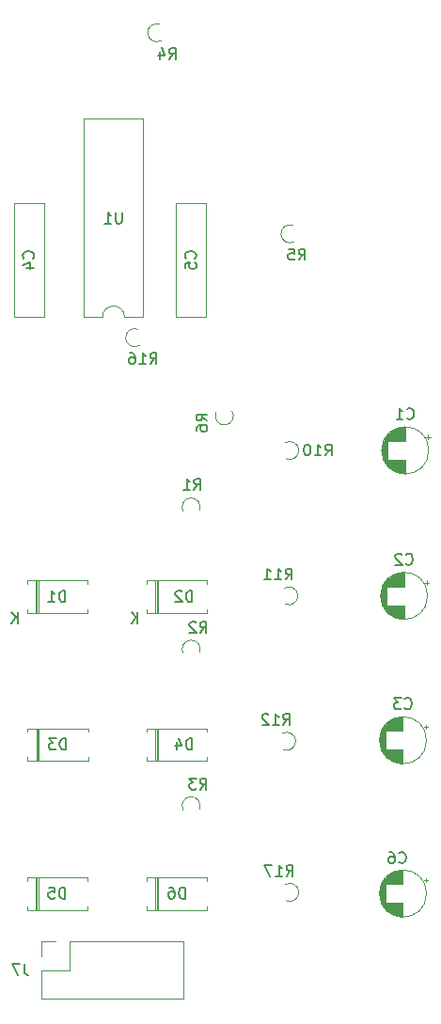
<source format=gbr>
%TF.GenerationSoftware,KiCad,Pcbnew,(6.0.4-0)*%
%TF.CreationDate,2022-12-21T08:50:29-08:00*%
%TF.ProjectId,contact,636f6e74-6163-4742-9e6b-696361645f70,rev?*%
%TF.SameCoordinates,Original*%
%TF.FileFunction,Legend,Bot*%
%TF.FilePolarity,Positive*%
%FSLAX46Y46*%
G04 Gerber Fmt 4.6, Leading zero omitted, Abs format (unit mm)*
G04 Created by KiCad (PCBNEW (6.0.4-0)) date 2022-12-21 08:50:29*
%MOMM*%
%LPD*%
G01*
G04 APERTURE LIST*
%ADD10C,0.150000*%
%ADD11C,0.120000*%
G04 APERTURE END LIST*
D10*
%TO.C,C5*%
X165457142Y-77303333D02*
X165504761Y-77255714D01*
X165552380Y-77112857D01*
X165552380Y-77017619D01*
X165504761Y-76874761D01*
X165409523Y-76779523D01*
X165314285Y-76731904D01*
X165123809Y-76684285D01*
X164980952Y-76684285D01*
X164790476Y-76731904D01*
X164695238Y-76779523D01*
X164600000Y-76874761D01*
X164552380Y-77017619D01*
X164552380Y-77112857D01*
X164600000Y-77255714D01*
X164647619Y-77303333D01*
X164552380Y-78208095D02*
X164552380Y-77731904D01*
X165028571Y-77684285D01*
X164980952Y-77731904D01*
X164933333Y-77827142D01*
X164933333Y-78065238D01*
X164980952Y-78160476D01*
X165028571Y-78208095D01*
X165123809Y-78255714D01*
X165361904Y-78255714D01*
X165457142Y-78208095D01*
X165504761Y-78160476D01*
X165552380Y-78065238D01*
X165552380Y-77827142D01*
X165504761Y-77731904D01*
X165457142Y-77684285D01*
%TO.C,D1*%
X153773095Y-108252380D02*
X153773095Y-107252380D01*
X153535000Y-107252380D01*
X153392142Y-107300000D01*
X153296904Y-107395238D01*
X153249285Y-107490476D01*
X153201666Y-107680952D01*
X153201666Y-107823809D01*
X153249285Y-108014285D01*
X153296904Y-108109523D01*
X153392142Y-108204761D01*
X153535000Y-108252380D01*
X153773095Y-108252380D01*
X152249285Y-108252380D02*
X152820714Y-108252380D01*
X152535000Y-108252380D02*
X152535000Y-107252380D01*
X152630238Y-107395238D01*
X152725476Y-107490476D01*
X152820714Y-107538095D01*
X149486904Y-110152380D02*
X149486904Y-109152380D01*
X148915476Y-110152380D02*
X149344047Y-109580952D01*
X148915476Y-109152380D02*
X149486904Y-109723809D01*
%TO.C,R1*%
X165366666Y-98152380D02*
X165700000Y-97676190D01*
X165938095Y-98152380D02*
X165938095Y-97152380D01*
X165557142Y-97152380D01*
X165461904Y-97200000D01*
X165414285Y-97247619D01*
X165366666Y-97342857D01*
X165366666Y-97485714D01*
X165414285Y-97580952D01*
X165461904Y-97628571D01*
X165557142Y-97676190D01*
X165938095Y-97676190D01*
X164414285Y-98152380D02*
X164985714Y-98152380D01*
X164700000Y-98152380D02*
X164700000Y-97152380D01*
X164795238Y-97295238D01*
X164890476Y-97390476D01*
X164985714Y-97438095D01*
%TO.C,R10*%
X177172857Y-95067380D02*
X177506190Y-94591190D01*
X177744285Y-95067380D02*
X177744285Y-94067380D01*
X177363333Y-94067380D01*
X177268095Y-94115000D01*
X177220476Y-94162619D01*
X177172857Y-94257857D01*
X177172857Y-94400714D01*
X177220476Y-94495952D01*
X177268095Y-94543571D01*
X177363333Y-94591190D01*
X177744285Y-94591190D01*
X176220476Y-95067380D02*
X176791904Y-95067380D01*
X176506190Y-95067380D02*
X176506190Y-94067380D01*
X176601428Y-94210238D01*
X176696666Y-94305476D01*
X176791904Y-94353095D01*
X175601428Y-94067380D02*
X175506190Y-94067380D01*
X175410952Y-94115000D01*
X175363333Y-94162619D01*
X175315714Y-94257857D01*
X175268095Y-94448333D01*
X175268095Y-94686428D01*
X175315714Y-94876904D01*
X175363333Y-94972142D01*
X175410952Y-95019761D01*
X175506190Y-95067380D01*
X175601428Y-95067380D01*
X175696666Y-95019761D01*
X175744285Y-94972142D01*
X175791904Y-94876904D01*
X175839523Y-94686428D01*
X175839523Y-94448333D01*
X175791904Y-94257857D01*
X175744285Y-94162619D01*
X175696666Y-94115000D01*
X175601428Y-94067380D01*
%TO.C,R4*%
X163116666Y-59372380D02*
X163450000Y-58896190D01*
X163688095Y-59372380D02*
X163688095Y-58372380D01*
X163307142Y-58372380D01*
X163211904Y-58420000D01*
X163164285Y-58467619D01*
X163116666Y-58562857D01*
X163116666Y-58705714D01*
X163164285Y-58800952D01*
X163211904Y-58848571D01*
X163307142Y-58896190D01*
X163688095Y-58896190D01*
X162259523Y-58705714D02*
X162259523Y-59372380D01*
X162497619Y-58324761D02*
X162735714Y-59039047D01*
X162116666Y-59039047D01*
%TO.C,U1*%
X158876904Y-73167380D02*
X158876904Y-73976904D01*
X158829285Y-74072142D01*
X158781666Y-74119761D01*
X158686428Y-74167380D01*
X158495952Y-74167380D01*
X158400714Y-74119761D01*
X158353095Y-74072142D01*
X158305476Y-73976904D01*
X158305476Y-73167380D01*
X157305476Y-74167380D02*
X157876904Y-74167380D01*
X157591190Y-74167380D02*
X157591190Y-73167380D01*
X157686428Y-73310238D01*
X157781666Y-73405476D01*
X157876904Y-73453095D01*
%TO.C,R5*%
X174791666Y-77457380D02*
X175125000Y-76981190D01*
X175363095Y-77457380D02*
X175363095Y-76457380D01*
X174982142Y-76457380D01*
X174886904Y-76505000D01*
X174839285Y-76552619D01*
X174791666Y-76647857D01*
X174791666Y-76790714D01*
X174839285Y-76885952D01*
X174886904Y-76933571D01*
X174982142Y-76981190D01*
X175363095Y-76981190D01*
X173886904Y-76457380D02*
X174363095Y-76457380D01*
X174410714Y-76933571D01*
X174363095Y-76885952D01*
X174267857Y-76838333D01*
X174029761Y-76838333D01*
X173934523Y-76885952D01*
X173886904Y-76933571D01*
X173839285Y-77028809D01*
X173839285Y-77266904D01*
X173886904Y-77362142D01*
X173934523Y-77409761D01*
X174029761Y-77457380D01*
X174267857Y-77457380D01*
X174363095Y-77409761D01*
X174410714Y-77362142D01*
%TO.C,R11*%
X173597857Y-106232380D02*
X173931190Y-105756190D01*
X174169285Y-106232380D02*
X174169285Y-105232380D01*
X173788333Y-105232380D01*
X173693095Y-105280000D01*
X173645476Y-105327619D01*
X173597857Y-105422857D01*
X173597857Y-105565714D01*
X173645476Y-105660952D01*
X173693095Y-105708571D01*
X173788333Y-105756190D01*
X174169285Y-105756190D01*
X172645476Y-106232380D02*
X173216904Y-106232380D01*
X172931190Y-106232380D02*
X172931190Y-105232380D01*
X173026428Y-105375238D01*
X173121666Y-105470476D01*
X173216904Y-105518095D01*
X171693095Y-106232380D02*
X172264523Y-106232380D01*
X171978809Y-106232380D02*
X171978809Y-105232380D01*
X172074047Y-105375238D01*
X172169285Y-105470476D01*
X172264523Y-105518095D01*
%TO.C,C4*%
X150852142Y-77303333D02*
X150899761Y-77255714D01*
X150947380Y-77112857D01*
X150947380Y-77017619D01*
X150899761Y-76874761D01*
X150804523Y-76779523D01*
X150709285Y-76731904D01*
X150518809Y-76684285D01*
X150375952Y-76684285D01*
X150185476Y-76731904D01*
X150090238Y-76779523D01*
X149995000Y-76874761D01*
X149947380Y-77017619D01*
X149947380Y-77112857D01*
X149995000Y-77255714D01*
X150042619Y-77303333D01*
X150280714Y-78160476D02*
X150947380Y-78160476D01*
X149899761Y-77922380D02*
X150614047Y-77684285D01*
X150614047Y-78303333D01*
%TO.C,D5*%
X153773095Y-134952380D02*
X153773095Y-133952380D01*
X153535000Y-133952380D01*
X153392142Y-134000000D01*
X153296904Y-134095238D01*
X153249285Y-134190476D01*
X153201666Y-134380952D01*
X153201666Y-134523809D01*
X153249285Y-134714285D01*
X153296904Y-134809523D01*
X153392142Y-134904761D01*
X153535000Y-134952380D01*
X153773095Y-134952380D01*
X152296904Y-133952380D02*
X152773095Y-133952380D01*
X152820714Y-134428571D01*
X152773095Y-134380952D01*
X152677857Y-134333333D01*
X152439761Y-134333333D01*
X152344523Y-134380952D01*
X152296904Y-134428571D01*
X152249285Y-134523809D01*
X152249285Y-134761904D01*
X152296904Y-134857142D01*
X152344523Y-134904761D01*
X152439761Y-134952380D01*
X152677857Y-134952380D01*
X152773095Y-134904761D01*
X152820714Y-134857142D01*
%TO.C,C2*%
X184439266Y-104807142D02*
X184486885Y-104854761D01*
X184629742Y-104902380D01*
X184724980Y-104902380D01*
X184867838Y-104854761D01*
X184963076Y-104759523D01*
X185010695Y-104664285D01*
X185058314Y-104473809D01*
X185058314Y-104330952D01*
X185010695Y-104140476D01*
X184963076Y-104045238D01*
X184867838Y-103950000D01*
X184724980Y-103902380D01*
X184629742Y-103902380D01*
X184486885Y-103950000D01*
X184439266Y-103997619D01*
X184058314Y-103997619D02*
X184010695Y-103950000D01*
X183915457Y-103902380D01*
X183677361Y-103902380D01*
X183582123Y-103950000D01*
X183534504Y-103997619D01*
X183486885Y-104092857D01*
X183486885Y-104188095D01*
X183534504Y-104330952D01*
X184105933Y-104902380D01*
X183486885Y-104902380D01*
%TO.C,R17*%
X173677857Y-132932380D02*
X174011190Y-132456190D01*
X174249285Y-132932380D02*
X174249285Y-131932380D01*
X173868333Y-131932380D01*
X173773095Y-131980000D01*
X173725476Y-132027619D01*
X173677857Y-132122857D01*
X173677857Y-132265714D01*
X173725476Y-132360952D01*
X173773095Y-132408571D01*
X173868333Y-132456190D01*
X174249285Y-132456190D01*
X172725476Y-132932380D02*
X173296904Y-132932380D01*
X173011190Y-132932380D02*
X173011190Y-131932380D01*
X173106428Y-132075238D01*
X173201666Y-132170476D01*
X173296904Y-132218095D01*
X172392142Y-131932380D02*
X171725476Y-131932380D01*
X172154047Y-132932380D01*
%TO.C,D2*%
X165203095Y-108252380D02*
X165203095Y-107252380D01*
X164965000Y-107252380D01*
X164822142Y-107300000D01*
X164726904Y-107395238D01*
X164679285Y-107490476D01*
X164631666Y-107680952D01*
X164631666Y-107823809D01*
X164679285Y-108014285D01*
X164726904Y-108109523D01*
X164822142Y-108204761D01*
X164965000Y-108252380D01*
X165203095Y-108252380D01*
X164250714Y-107347619D02*
X164203095Y-107300000D01*
X164107857Y-107252380D01*
X163869761Y-107252380D01*
X163774523Y-107300000D01*
X163726904Y-107347619D01*
X163679285Y-107442857D01*
X163679285Y-107538095D01*
X163726904Y-107680952D01*
X164298333Y-108252380D01*
X163679285Y-108252380D01*
X160281904Y-110152380D02*
X160281904Y-109152380D01*
X159710476Y-110152380D02*
X160139047Y-109580952D01*
X159710476Y-109152380D02*
X160281904Y-109723809D01*
%TO.C,D6*%
X164568095Y-134952380D02*
X164568095Y-133952380D01*
X164330000Y-133952380D01*
X164187142Y-134000000D01*
X164091904Y-134095238D01*
X164044285Y-134190476D01*
X163996666Y-134380952D01*
X163996666Y-134523809D01*
X164044285Y-134714285D01*
X164091904Y-134809523D01*
X164187142Y-134904761D01*
X164330000Y-134952380D01*
X164568095Y-134952380D01*
X163139523Y-133952380D02*
X163330000Y-133952380D01*
X163425238Y-134000000D01*
X163472857Y-134047619D01*
X163568095Y-134190476D01*
X163615714Y-134380952D01*
X163615714Y-134761904D01*
X163568095Y-134857142D01*
X163520476Y-134904761D01*
X163425238Y-134952380D01*
X163234761Y-134952380D01*
X163139523Y-134904761D01*
X163091904Y-134857142D01*
X163044285Y-134761904D01*
X163044285Y-134523809D01*
X163091904Y-134428571D01*
X163139523Y-134380952D01*
X163234761Y-134333333D01*
X163425238Y-134333333D01*
X163520476Y-134380952D01*
X163568095Y-134428571D01*
X163615714Y-134523809D01*
%TO.C,C6*%
X183819266Y-131682142D02*
X183866885Y-131729761D01*
X184009742Y-131777380D01*
X184104980Y-131777380D01*
X184247838Y-131729761D01*
X184343076Y-131634523D01*
X184390695Y-131539285D01*
X184438314Y-131348809D01*
X184438314Y-131205952D01*
X184390695Y-131015476D01*
X184343076Y-130920238D01*
X184247838Y-130825000D01*
X184104980Y-130777380D01*
X184009742Y-130777380D01*
X183866885Y-130825000D01*
X183819266Y-130872619D01*
X182962123Y-130777380D02*
X183152600Y-130777380D01*
X183247838Y-130825000D01*
X183295457Y-130872619D01*
X183390695Y-131015476D01*
X183438314Y-131205952D01*
X183438314Y-131586904D01*
X183390695Y-131682142D01*
X183343076Y-131729761D01*
X183247838Y-131777380D01*
X183057361Y-131777380D01*
X182962123Y-131729761D01*
X182914504Y-131682142D01*
X182866885Y-131586904D01*
X182866885Y-131348809D01*
X182914504Y-131253571D01*
X182962123Y-131205952D01*
X183057361Y-131158333D01*
X183247838Y-131158333D01*
X183343076Y-131205952D01*
X183390695Y-131253571D01*
X183438314Y-131348809D01*
%TO.C,R6*%
X166552380Y-91933333D02*
X166076190Y-91600000D01*
X166552380Y-91361904D02*
X165552380Y-91361904D01*
X165552380Y-91742857D01*
X165600000Y-91838095D01*
X165647619Y-91885714D01*
X165742857Y-91933333D01*
X165885714Y-91933333D01*
X165980952Y-91885714D01*
X166028571Y-91838095D01*
X166076190Y-91742857D01*
X166076190Y-91361904D01*
X165552380Y-92790476D02*
X165552380Y-92600000D01*
X165600000Y-92504761D01*
X165647619Y-92457142D01*
X165790476Y-92361904D01*
X165980952Y-92314285D01*
X166361904Y-92314285D01*
X166457142Y-92361904D01*
X166504761Y-92409523D01*
X166552380Y-92504761D01*
X166552380Y-92695238D01*
X166504761Y-92790476D01*
X166457142Y-92838095D01*
X166361904Y-92885714D01*
X166123809Y-92885714D01*
X166028571Y-92838095D01*
X165980952Y-92790476D01*
X165933333Y-92695238D01*
X165933333Y-92504761D01*
X165980952Y-92409523D01*
X166028571Y-92361904D01*
X166123809Y-92314285D01*
%TO.C,C1*%
X184539266Y-91707142D02*
X184586885Y-91754761D01*
X184729742Y-91802380D01*
X184824980Y-91802380D01*
X184967838Y-91754761D01*
X185063076Y-91659523D01*
X185110695Y-91564285D01*
X185158314Y-91373809D01*
X185158314Y-91230952D01*
X185110695Y-91040476D01*
X185063076Y-90945238D01*
X184967838Y-90850000D01*
X184824980Y-90802380D01*
X184729742Y-90802380D01*
X184586885Y-90850000D01*
X184539266Y-90897619D01*
X183586885Y-91802380D02*
X184158314Y-91802380D01*
X183872600Y-91802380D02*
X183872600Y-90802380D01*
X183967838Y-90945238D01*
X184063076Y-91040476D01*
X184158314Y-91088095D01*
%TO.C,C3*%
X184339266Y-117807142D02*
X184386885Y-117854761D01*
X184529742Y-117902380D01*
X184624980Y-117902380D01*
X184767838Y-117854761D01*
X184863076Y-117759523D01*
X184910695Y-117664285D01*
X184958314Y-117473809D01*
X184958314Y-117330952D01*
X184910695Y-117140476D01*
X184863076Y-117045238D01*
X184767838Y-116950000D01*
X184624980Y-116902380D01*
X184529742Y-116902380D01*
X184386885Y-116950000D01*
X184339266Y-116997619D01*
X184005933Y-116902380D02*
X183386885Y-116902380D01*
X183720219Y-117283333D01*
X183577361Y-117283333D01*
X183482123Y-117330952D01*
X183434504Y-117378571D01*
X183386885Y-117473809D01*
X183386885Y-117711904D01*
X183434504Y-117807142D01*
X183482123Y-117854761D01*
X183577361Y-117902380D01*
X183863076Y-117902380D01*
X183958314Y-117854761D01*
X184005933Y-117807142D01*
%TO.C,J7*%
X150083333Y-140847380D02*
X150083333Y-141561666D01*
X150130952Y-141704523D01*
X150226190Y-141799761D01*
X150369047Y-141847380D01*
X150464285Y-141847380D01*
X149702380Y-140847380D02*
X149035714Y-140847380D01*
X149464285Y-141847380D01*
%TO.C,R16*%
X161407857Y-86812380D02*
X161741190Y-86336190D01*
X161979285Y-86812380D02*
X161979285Y-85812380D01*
X161598333Y-85812380D01*
X161503095Y-85860000D01*
X161455476Y-85907619D01*
X161407857Y-86002857D01*
X161407857Y-86145714D01*
X161455476Y-86240952D01*
X161503095Y-86288571D01*
X161598333Y-86336190D01*
X161979285Y-86336190D01*
X160455476Y-86812380D02*
X161026904Y-86812380D01*
X160741190Y-86812380D02*
X160741190Y-85812380D01*
X160836428Y-85955238D01*
X160931666Y-86050476D01*
X161026904Y-86098095D01*
X159598333Y-85812380D02*
X159788809Y-85812380D01*
X159884047Y-85860000D01*
X159931666Y-85907619D01*
X160026904Y-86050476D01*
X160074523Y-86240952D01*
X160074523Y-86621904D01*
X160026904Y-86717142D01*
X159979285Y-86764761D01*
X159884047Y-86812380D01*
X159693571Y-86812380D01*
X159598333Y-86764761D01*
X159550714Y-86717142D01*
X159503095Y-86621904D01*
X159503095Y-86383809D01*
X159550714Y-86288571D01*
X159598333Y-86240952D01*
X159693571Y-86193333D01*
X159884047Y-86193333D01*
X159979285Y-86240952D01*
X160026904Y-86288571D01*
X160074523Y-86383809D01*
%TO.C,R2*%
X165901666Y-111037380D02*
X166235000Y-110561190D01*
X166473095Y-111037380D02*
X166473095Y-110037380D01*
X166092142Y-110037380D01*
X165996904Y-110085000D01*
X165949285Y-110132619D01*
X165901666Y-110227857D01*
X165901666Y-110370714D01*
X165949285Y-110465952D01*
X165996904Y-110513571D01*
X166092142Y-110561190D01*
X166473095Y-110561190D01*
X165520714Y-110132619D02*
X165473095Y-110085000D01*
X165377857Y-110037380D01*
X165139761Y-110037380D01*
X165044523Y-110085000D01*
X164996904Y-110132619D01*
X164949285Y-110227857D01*
X164949285Y-110323095D01*
X164996904Y-110465952D01*
X165568333Y-111037380D01*
X164949285Y-111037380D01*
%TO.C,R12*%
X173397857Y-119332380D02*
X173731190Y-118856190D01*
X173969285Y-119332380D02*
X173969285Y-118332380D01*
X173588333Y-118332380D01*
X173493095Y-118380000D01*
X173445476Y-118427619D01*
X173397857Y-118522857D01*
X173397857Y-118665714D01*
X173445476Y-118760952D01*
X173493095Y-118808571D01*
X173588333Y-118856190D01*
X173969285Y-118856190D01*
X172445476Y-119332380D02*
X173016904Y-119332380D01*
X172731190Y-119332380D02*
X172731190Y-118332380D01*
X172826428Y-118475238D01*
X172921666Y-118570476D01*
X173016904Y-118618095D01*
X172064523Y-118427619D02*
X172016904Y-118380000D01*
X171921666Y-118332380D01*
X171683571Y-118332380D01*
X171588333Y-118380000D01*
X171540714Y-118427619D01*
X171493095Y-118522857D01*
X171493095Y-118618095D01*
X171540714Y-118760952D01*
X172112142Y-119332380D01*
X171493095Y-119332380D01*
%TO.C,D3*%
X153838095Y-121552380D02*
X153838095Y-120552380D01*
X153600000Y-120552380D01*
X153457142Y-120600000D01*
X153361904Y-120695238D01*
X153314285Y-120790476D01*
X153266666Y-120980952D01*
X153266666Y-121123809D01*
X153314285Y-121314285D01*
X153361904Y-121409523D01*
X153457142Y-121504761D01*
X153600000Y-121552380D01*
X153838095Y-121552380D01*
X152933333Y-120552380D02*
X152314285Y-120552380D01*
X152647619Y-120933333D01*
X152504761Y-120933333D01*
X152409523Y-120980952D01*
X152361904Y-121028571D01*
X152314285Y-121123809D01*
X152314285Y-121361904D01*
X152361904Y-121457142D01*
X152409523Y-121504761D01*
X152504761Y-121552380D01*
X152790476Y-121552380D01*
X152885714Y-121504761D01*
X152933333Y-121457142D01*
%TO.C,D4*%
X165203095Y-121552380D02*
X165203095Y-120552380D01*
X164965000Y-120552380D01*
X164822142Y-120600000D01*
X164726904Y-120695238D01*
X164679285Y-120790476D01*
X164631666Y-120980952D01*
X164631666Y-121123809D01*
X164679285Y-121314285D01*
X164726904Y-121409523D01*
X164822142Y-121504761D01*
X164965000Y-121552380D01*
X165203095Y-121552380D01*
X163774523Y-120885714D02*
X163774523Y-121552380D01*
X164012619Y-120504761D02*
X164250714Y-121219047D01*
X163631666Y-121219047D01*
%TO.C,R3*%
X165901666Y-125137380D02*
X166235000Y-124661190D01*
X166473095Y-125137380D02*
X166473095Y-124137380D01*
X166092142Y-124137380D01*
X165996904Y-124185000D01*
X165949285Y-124232619D01*
X165901666Y-124327857D01*
X165901666Y-124470714D01*
X165949285Y-124565952D01*
X165996904Y-124613571D01*
X166092142Y-124661190D01*
X166473095Y-124661190D01*
X165568333Y-124137380D02*
X164949285Y-124137380D01*
X165282619Y-124518333D01*
X165139761Y-124518333D01*
X165044523Y-124565952D01*
X164996904Y-124613571D01*
X164949285Y-124708809D01*
X164949285Y-124946904D01*
X164996904Y-125042142D01*
X165044523Y-125089761D01*
X165139761Y-125137380D01*
X165425476Y-125137380D01*
X165520714Y-125089761D01*
X165568333Y-125042142D01*
D11*
%TO.C,C5*%
X166470000Y-72350000D02*
X166470000Y-82590000D01*
X163730000Y-72350000D02*
X166470000Y-72350000D01*
X163730000Y-72350000D02*
X163730000Y-82590000D01*
X163730000Y-82590000D02*
X166470000Y-82590000D01*
%TO.C,D1*%
X151215000Y-109270000D02*
X151215000Y-106330000D01*
X155755000Y-109270000D02*
X155755000Y-108940000D01*
X150315000Y-109270000D02*
X155755000Y-109270000D01*
X150315000Y-106660000D02*
X150315000Y-106330000D01*
X150315000Y-108940000D02*
X150315000Y-109270000D01*
X150315000Y-106330000D02*
X155755000Y-106330000D01*
X155755000Y-106330000D02*
X155755000Y-106660000D01*
X151335000Y-109270000D02*
X151335000Y-106330000D01*
X151095000Y-109270000D02*
X151095000Y-106330000D01*
%TO.C,R1*%
X165849359Y-100020095D02*
G75*
G03*
X164400000Y-100117133I-749359J320095D01*
G01*
%TO.C,R10*%
X173664905Y-95364359D02*
G75*
G03*
X173567867Y-93915000I320095J749359D01*
G01*
%TO.C,R4*%
X162320095Y-56250641D02*
G75*
G03*
X162417133Y-57700000I-320095J-749359D01*
G01*
%TO.C,U1*%
X155465000Y-64710000D02*
X160765000Y-64710000D01*
X157115000Y-82610000D02*
X155465000Y-82610000D01*
X160765000Y-82610000D02*
X159115000Y-82610000D01*
X160765000Y-64710000D02*
X160765000Y-82610000D01*
X155465000Y-82610000D02*
X155465000Y-64710000D01*
X159115000Y-82610000D02*
G75*
G03*
X157115000Y-82610000I-1000000J0D01*
G01*
%TO.C,R5*%
X174315095Y-74350641D02*
G75*
G03*
X174412133Y-75800000I-320095J-749359D01*
G01*
%TO.C,R11*%
X173584905Y-108449359D02*
G75*
G03*
X173487867Y-107000000I320095J749359D01*
G01*
%TO.C,C4*%
X149125000Y-72350000D02*
X149125000Y-82590000D01*
X151865000Y-72350000D02*
X151865000Y-82590000D01*
X149125000Y-82590000D02*
X151865000Y-82590000D01*
X149125000Y-72350000D02*
X151865000Y-72350000D01*
%TO.C,D5*%
X150315000Y-135640000D02*
X150315000Y-135970000D01*
X150315000Y-133030000D02*
X155755000Y-133030000D01*
X151335000Y-135970000D02*
X151335000Y-133030000D01*
X151095000Y-135970000D02*
X151095000Y-133030000D01*
X155755000Y-135970000D02*
X155755000Y-135640000D01*
X150315000Y-135970000D02*
X155755000Y-135970000D01*
X155755000Y-133030000D02*
X155755000Y-133360000D01*
X150315000Y-133360000D02*
X150315000Y-133030000D01*
X151215000Y-135970000D02*
X151215000Y-133030000D01*
%TO.C,C2*%
X182911600Y-108540000D02*
X182911600Y-109287000D01*
X183111600Y-108540000D02*
X183111600Y-109435000D01*
X183992600Y-105638000D02*
X183992600Y-106860000D01*
X182951600Y-108540000D02*
X182951600Y-109319000D01*
X183151600Y-108540000D02*
X183151600Y-109460000D01*
X182271600Y-107036000D02*
X182271600Y-108364000D01*
X182871600Y-106148000D02*
X182871600Y-106860000D01*
X183792600Y-108540000D02*
X183792600Y-109725000D01*
X182831600Y-106184000D02*
X182831600Y-106860000D01*
X182711600Y-108540000D02*
X182711600Y-109096000D01*
X182351600Y-106841000D02*
X182351600Y-108559000D01*
X183231600Y-105892000D02*
X183231600Y-106860000D01*
X184072600Y-108540000D02*
X184072600Y-109771000D01*
X182951600Y-106081000D02*
X182951600Y-106860000D01*
X182991600Y-108540000D02*
X182991600Y-109350000D01*
X183431600Y-108540000D02*
X183431600Y-109607000D01*
X183431600Y-105793000D02*
X183431600Y-106860000D01*
X184152600Y-105623000D02*
X184152600Y-106860000D01*
X184152600Y-108540000D02*
X184152600Y-109777000D01*
X183952600Y-108540000D02*
X183952600Y-109756000D01*
X182551600Y-106500000D02*
X182551600Y-108900000D01*
X183231600Y-108540000D02*
X183231600Y-109508000D01*
X183832600Y-108540000D02*
X183832600Y-109734000D01*
X184272600Y-105620000D02*
X184272600Y-106860000D01*
X183271600Y-108540000D02*
X183271600Y-109530000D01*
X183752600Y-105684000D02*
X183752600Y-106860000D01*
X182431600Y-106687000D02*
X182431600Y-108713000D01*
X183071600Y-105992000D02*
X183071600Y-106860000D01*
X183551600Y-105746000D02*
X183551600Y-106860000D01*
X182751600Y-108540000D02*
X182751600Y-109138000D01*
X184272600Y-108540000D02*
X184272600Y-109780000D01*
X183471600Y-108540000D02*
X183471600Y-109624000D01*
X183672600Y-105706000D02*
X183672600Y-106860000D01*
X183672600Y-108540000D02*
X183672600Y-109694000D01*
X183592600Y-108540000D02*
X183592600Y-109668000D01*
X183632600Y-108540000D02*
X183632600Y-109682000D01*
X183511600Y-108540000D02*
X183511600Y-109640000D01*
X183872600Y-105658000D02*
X183872600Y-106860000D01*
X183271600Y-105870000D02*
X183271600Y-106860000D01*
X182711600Y-106304000D02*
X182711600Y-106860000D01*
X183191600Y-108540000D02*
X183191600Y-109485000D01*
X183031600Y-106020000D02*
X183031600Y-106860000D01*
X183471600Y-105776000D02*
X183471600Y-106860000D01*
X183151600Y-105940000D02*
X183151600Y-106860000D01*
X183351600Y-105830000D02*
X183351600Y-106860000D01*
X183752600Y-108540000D02*
X183752600Y-109716000D01*
X182671600Y-106349000D02*
X182671600Y-109051000D01*
X183311600Y-105849000D02*
X183311600Y-106860000D01*
X182311600Y-106932000D02*
X182311600Y-108468000D01*
X184192600Y-108540000D02*
X184192600Y-109779000D01*
X184072600Y-105629000D02*
X184072600Y-106860000D01*
X183071600Y-108540000D02*
X183071600Y-109408000D01*
X182871600Y-108540000D02*
X182871600Y-109252000D01*
X183712600Y-105695000D02*
X183712600Y-106860000D01*
X183031600Y-108540000D02*
X183031600Y-109380000D01*
X184032600Y-105633000D02*
X184032600Y-106860000D01*
X182471600Y-106620000D02*
X182471600Y-108780000D01*
X183872600Y-108540000D02*
X183872600Y-109742000D01*
X184192600Y-105621000D02*
X184192600Y-106860000D01*
X183191600Y-105915000D02*
X183191600Y-106860000D01*
X183912600Y-105650000D02*
X183912600Y-106860000D01*
X182511600Y-106558000D02*
X182511600Y-108842000D01*
X182591600Y-106446000D02*
X182591600Y-108954000D01*
X183391600Y-108540000D02*
X183391600Y-109589000D01*
X183311600Y-108540000D02*
X183311600Y-109551000D01*
X186342401Y-106305000D02*
X186342401Y-106705000D01*
X183111600Y-105965000D02*
X183111600Y-106860000D01*
X182991600Y-106050000D02*
X182991600Y-106860000D01*
X183351600Y-108540000D02*
X183351600Y-109570000D01*
X186542401Y-106505000D02*
X186142401Y-106505000D01*
X184232600Y-108540000D02*
X184232600Y-109780000D01*
X182751600Y-106262000D02*
X182751600Y-106860000D01*
X183912600Y-108540000D02*
X183912600Y-109750000D01*
X183952600Y-105644000D02*
X183952600Y-106860000D01*
X183592600Y-105732000D02*
X183592600Y-106860000D01*
X182791600Y-108540000D02*
X182791600Y-109178000D01*
X183992600Y-108540000D02*
X183992600Y-109762000D01*
X182791600Y-106222000D02*
X182791600Y-106860000D01*
X183832600Y-105666000D02*
X183832600Y-106860000D01*
X182391600Y-106760000D02*
X182391600Y-108640000D01*
X184032600Y-108540000D02*
X184032600Y-109767000D01*
X183632600Y-105718000D02*
X183632600Y-106860000D01*
X182231600Y-107163000D02*
X182231600Y-108237000D01*
X182911600Y-106113000D02*
X182911600Y-106860000D01*
X183551600Y-108540000D02*
X183551600Y-109654000D01*
X184232600Y-105620000D02*
X184232600Y-106860000D01*
X184112600Y-108540000D02*
X184112600Y-109774000D01*
X183391600Y-105811000D02*
X183391600Y-106860000D01*
X182831600Y-108540000D02*
X182831600Y-109216000D01*
X182191600Y-107330000D02*
X182191600Y-108070000D01*
X183712600Y-108540000D02*
X183712600Y-109705000D01*
X182631600Y-106396000D02*
X182631600Y-109004000D01*
X183511600Y-105760000D02*
X183511600Y-106860000D01*
X183792600Y-105675000D02*
X183792600Y-106860000D01*
X184112600Y-105626000D02*
X184112600Y-106860000D01*
X186392600Y-107700000D02*
G75*
G03*
X186392600Y-107700000I-2120000J0D01*
G01*
%TO.C,R17*%
X173664905Y-135149359D02*
G75*
G03*
X173567867Y-133700000I320095J749359D01*
G01*
%TO.C,D2*%
X162130000Y-109270000D02*
X162130000Y-106330000D01*
X161890000Y-109270000D02*
X161890000Y-106330000D01*
X161110000Y-106330000D02*
X166550000Y-106330000D01*
X161110000Y-108940000D02*
X161110000Y-109270000D01*
X166550000Y-109270000D02*
X166550000Y-108940000D01*
X161110000Y-109270000D02*
X166550000Y-109270000D01*
X162010000Y-109270000D02*
X162010000Y-106330000D01*
X161110000Y-106660000D02*
X161110000Y-106330000D01*
X166550000Y-106330000D02*
X166550000Y-106660000D01*
%TO.C,D6*%
X161110000Y-133360000D02*
X161110000Y-133030000D01*
X161110000Y-133030000D02*
X166550000Y-133030000D01*
X161110000Y-135640000D02*
X161110000Y-135970000D01*
X162010000Y-135970000D02*
X162010000Y-133030000D01*
X162130000Y-135970000D02*
X162130000Y-133030000D01*
X161110000Y-135970000D02*
X166550000Y-135970000D01*
X166550000Y-133030000D02*
X166550000Y-133360000D01*
X166550000Y-135970000D02*
X166550000Y-135640000D01*
X161890000Y-135970000D02*
X161890000Y-133030000D01*
%TO.C,C6*%
X184052600Y-135340000D02*
X184052600Y-136577000D01*
X184132600Y-132420000D02*
X184132600Y-133660000D01*
X183011600Y-132765000D02*
X183011600Y-133660000D01*
X183291600Y-135340000D02*
X183291600Y-136389000D01*
X183732600Y-135340000D02*
X183732600Y-136534000D01*
X183972600Y-135340000D02*
X183972600Y-136571000D01*
X182771600Y-135340000D02*
X182771600Y-136052000D01*
X182131600Y-133963000D02*
X182131600Y-135037000D01*
X182851600Y-135340000D02*
X182851600Y-136119000D01*
X182851600Y-132881000D02*
X182851600Y-133660000D01*
X182731600Y-132984000D02*
X182731600Y-133660000D01*
X183852600Y-135340000D02*
X183852600Y-136556000D01*
X183051600Y-132740000D02*
X183051600Y-133660000D01*
X183411600Y-132560000D02*
X183411600Y-133660000D01*
X183171600Y-132670000D02*
X183171600Y-133660000D01*
X183411600Y-135340000D02*
X183411600Y-136440000D01*
X183211600Y-135340000D02*
X183211600Y-136351000D01*
X183692600Y-132475000D02*
X183692600Y-133660000D01*
X182251600Y-133641000D02*
X182251600Y-135359000D01*
X182491600Y-133246000D02*
X182491600Y-135754000D01*
X182891600Y-135340000D02*
X182891600Y-136150000D01*
X183972600Y-132429000D02*
X183972600Y-133660000D01*
X183091600Y-135340000D02*
X183091600Y-136285000D01*
X184012600Y-132426000D02*
X184012600Y-133660000D01*
X183051600Y-135340000D02*
X183051600Y-136260000D01*
X183892600Y-132438000D02*
X183892600Y-133660000D01*
X183532600Y-132518000D02*
X183532600Y-133660000D01*
X184012600Y-135340000D02*
X184012600Y-136574000D01*
X183131600Y-135340000D02*
X183131600Y-136308000D01*
X182691600Y-133022000D02*
X182691600Y-133660000D01*
X182371600Y-133420000D02*
X182371600Y-135580000D01*
X184092600Y-135340000D02*
X184092600Y-136579000D01*
X182891600Y-132850000D02*
X182891600Y-133660000D01*
X183572600Y-135340000D02*
X183572600Y-136494000D01*
X183612600Y-132495000D02*
X183612600Y-133660000D01*
X184092600Y-132421000D02*
X184092600Y-133660000D01*
X183331600Y-135340000D02*
X183331600Y-136407000D01*
X184172600Y-135340000D02*
X184172600Y-136580000D01*
X183812600Y-132450000D02*
X183812600Y-133660000D01*
X183091600Y-132715000D02*
X183091600Y-133660000D01*
X183692600Y-135340000D02*
X183692600Y-136525000D01*
X183251600Y-135340000D02*
X183251600Y-136370000D01*
X183572600Y-132506000D02*
X183572600Y-133660000D01*
X182811600Y-132913000D02*
X182811600Y-133660000D01*
X182091600Y-134130000D02*
X182091600Y-134870000D01*
X183532600Y-135340000D02*
X183532600Y-136482000D01*
X182451600Y-133300000D02*
X182451600Y-135700000D01*
X184052600Y-132423000D02*
X184052600Y-133660000D01*
X182971600Y-135340000D02*
X182971600Y-136208000D01*
X183932600Y-132433000D02*
X183932600Y-133660000D01*
X182771600Y-132948000D02*
X182771600Y-133660000D01*
X183852600Y-132444000D02*
X183852600Y-133660000D01*
X183612600Y-135340000D02*
X183612600Y-136505000D01*
X183171600Y-135340000D02*
X183171600Y-136330000D01*
X182571600Y-133149000D02*
X182571600Y-135851000D01*
X183211600Y-132649000D02*
X183211600Y-133660000D01*
X183331600Y-132593000D02*
X183331600Y-133660000D01*
X183652600Y-132484000D02*
X183652600Y-133660000D01*
X182811600Y-135340000D02*
X182811600Y-136087000D01*
X182931600Y-132820000D02*
X182931600Y-133660000D01*
X182651600Y-133062000D02*
X182651600Y-133660000D01*
X183732600Y-132466000D02*
X183732600Y-133660000D01*
X183371600Y-132576000D02*
X183371600Y-133660000D01*
X183892600Y-135340000D02*
X183892600Y-136562000D01*
X182611600Y-135340000D02*
X182611600Y-135896000D01*
X182211600Y-133732000D02*
X182211600Y-135268000D01*
X183812600Y-135340000D02*
X183812600Y-136550000D01*
X183251600Y-132630000D02*
X183251600Y-133660000D01*
X184132600Y-135340000D02*
X184132600Y-136580000D01*
X183291600Y-132611000D02*
X183291600Y-133660000D01*
X183131600Y-132692000D02*
X183131600Y-133660000D01*
X183492600Y-132532000D02*
X183492600Y-133660000D01*
X182931600Y-135340000D02*
X182931600Y-136180000D01*
X182171600Y-133836000D02*
X182171600Y-135164000D01*
X182531600Y-133196000D02*
X182531600Y-135804000D01*
X184172600Y-132420000D02*
X184172600Y-133660000D01*
X183371600Y-135340000D02*
X183371600Y-136424000D01*
X183772600Y-135340000D02*
X183772600Y-136542000D01*
X182411600Y-133358000D02*
X182411600Y-135642000D01*
X182611600Y-133104000D02*
X182611600Y-133660000D01*
X183932600Y-135340000D02*
X183932600Y-136567000D01*
X183492600Y-135340000D02*
X183492600Y-136468000D01*
X186442401Y-133305000D02*
X186042401Y-133305000D01*
X183451600Y-132546000D02*
X183451600Y-133660000D01*
X183451600Y-135340000D02*
X183451600Y-136454000D01*
X183011600Y-135340000D02*
X183011600Y-136235000D01*
X186242401Y-133105000D02*
X186242401Y-133505000D01*
X182651600Y-135340000D02*
X182651600Y-135938000D01*
X182691600Y-135340000D02*
X182691600Y-135978000D01*
X182291600Y-133560000D02*
X182291600Y-135440000D01*
X182331600Y-133487000D02*
X182331600Y-135513000D01*
X183652600Y-135340000D02*
X183652600Y-136516000D01*
X183772600Y-132458000D02*
X183772600Y-133660000D01*
X182731600Y-135340000D02*
X182731600Y-136016000D01*
X182971600Y-132792000D02*
X182971600Y-133660000D01*
X186292600Y-134500000D02*
G75*
G03*
X186292600Y-134500000I-2120000J0D01*
G01*
%TO.C,R6*%
X167350641Y-91184905D02*
G75*
G03*
X168800000Y-91087867I749359J-320095D01*
G01*
%TO.C,C1*%
X183651600Y-92646000D02*
X183651600Y-93760000D01*
X183692600Y-95440000D02*
X183692600Y-96568000D01*
X183571600Y-92676000D02*
X183571600Y-93760000D01*
X186642401Y-93405000D02*
X186242401Y-93405000D01*
X183531600Y-95440000D02*
X183531600Y-96507000D01*
X182851600Y-95440000D02*
X182851600Y-96038000D01*
X183611600Y-92660000D02*
X183611600Y-93760000D01*
X184332600Y-92520000D02*
X184332600Y-93760000D01*
X184372600Y-95440000D02*
X184372600Y-96680000D01*
X182571600Y-93520000D02*
X182571600Y-95680000D01*
X182771600Y-93249000D02*
X182771600Y-95951000D01*
X183892600Y-92575000D02*
X183892600Y-93760000D01*
X183131600Y-95440000D02*
X183131600Y-96280000D01*
X182971600Y-95440000D02*
X182971600Y-96152000D01*
X183371600Y-95440000D02*
X183371600Y-96430000D01*
X183852600Y-95440000D02*
X183852600Y-96616000D01*
X182811600Y-93204000D02*
X182811600Y-93760000D01*
X182811600Y-95440000D02*
X182811600Y-95996000D01*
X184092600Y-92538000D02*
X184092600Y-93760000D01*
X183812600Y-95440000D02*
X183812600Y-96605000D01*
X183651600Y-95440000D02*
X183651600Y-96554000D01*
X183251600Y-95440000D02*
X183251600Y-96360000D01*
X184052600Y-95440000D02*
X184052600Y-96656000D01*
X183772600Y-95440000D02*
X183772600Y-96594000D01*
X183451600Y-95440000D02*
X183451600Y-96470000D01*
X183932600Y-95440000D02*
X183932600Y-96634000D01*
X183331600Y-95440000D02*
X183331600Y-96408000D01*
X182611600Y-93458000D02*
X182611600Y-95742000D01*
X182971600Y-93048000D02*
X182971600Y-93760000D01*
X184252600Y-92523000D02*
X184252600Y-93760000D01*
X183211600Y-95440000D02*
X183211600Y-96335000D01*
X184372600Y-92520000D02*
X184372600Y-93760000D01*
X184052600Y-92544000D02*
X184052600Y-93760000D01*
X183852600Y-92584000D02*
X183852600Y-93760000D01*
X183932600Y-92566000D02*
X183932600Y-93760000D01*
X184012600Y-95440000D02*
X184012600Y-96650000D01*
X184132600Y-92533000D02*
X184132600Y-93760000D01*
X183371600Y-92770000D02*
X183371600Y-93760000D01*
X184212600Y-95440000D02*
X184212600Y-96674000D01*
X183491600Y-95440000D02*
X183491600Y-96489000D01*
X183451600Y-92730000D02*
X183451600Y-93760000D01*
X184012600Y-92550000D02*
X184012600Y-93760000D01*
X182931600Y-93084000D02*
X182931600Y-93760000D01*
X183011600Y-93013000D02*
X183011600Y-93760000D01*
X183251600Y-92840000D02*
X183251600Y-93760000D01*
X182731600Y-93296000D02*
X182731600Y-95904000D01*
X182851600Y-93162000D02*
X182851600Y-93760000D01*
X183291600Y-95440000D02*
X183291600Y-96385000D01*
X184292600Y-95440000D02*
X184292600Y-96679000D01*
X182891600Y-93122000D02*
X182891600Y-93760000D01*
X183892600Y-95440000D02*
X183892600Y-96625000D01*
X183972600Y-92558000D02*
X183972600Y-93760000D01*
X183091600Y-95440000D02*
X183091600Y-96250000D01*
X186442401Y-93205000D02*
X186442401Y-93605000D01*
X182411600Y-93832000D02*
X182411600Y-95368000D01*
X182691600Y-93346000D02*
X182691600Y-95854000D01*
X182291600Y-94230000D02*
X182291600Y-94970000D01*
X184172600Y-95440000D02*
X184172600Y-96671000D01*
X183411600Y-92749000D02*
X183411600Y-93760000D01*
X184172600Y-92529000D02*
X184172600Y-93760000D01*
X183972600Y-95440000D02*
X183972600Y-96642000D01*
X184132600Y-95440000D02*
X184132600Y-96667000D01*
X183211600Y-92865000D02*
X183211600Y-93760000D01*
X182931600Y-95440000D02*
X182931600Y-96116000D01*
X183091600Y-92950000D02*
X183091600Y-93760000D01*
X182331600Y-94063000D02*
X182331600Y-95137000D01*
X183732600Y-92618000D02*
X183732600Y-93760000D01*
X183611600Y-95440000D02*
X183611600Y-96540000D01*
X183051600Y-95440000D02*
X183051600Y-96219000D01*
X183732600Y-95440000D02*
X183732600Y-96582000D01*
X182651600Y-93400000D02*
X182651600Y-95800000D01*
X183011600Y-95440000D02*
X183011600Y-96187000D01*
X183051600Y-92981000D02*
X183051600Y-93760000D01*
X182531600Y-93587000D02*
X182531600Y-95613000D01*
X183171600Y-92892000D02*
X183171600Y-93760000D01*
X184252600Y-95440000D02*
X184252600Y-96677000D01*
X184212600Y-92526000D02*
X184212600Y-93760000D01*
X183411600Y-95440000D02*
X183411600Y-96451000D01*
X184292600Y-92521000D02*
X184292600Y-93760000D01*
X183571600Y-95440000D02*
X183571600Y-96524000D01*
X184332600Y-95440000D02*
X184332600Y-96680000D01*
X183491600Y-92711000D02*
X183491600Y-93760000D01*
X183171600Y-95440000D02*
X183171600Y-96308000D01*
X184092600Y-95440000D02*
X184092600Y-96662000D01*
X183772600Y-92606000D02*
X183772600Y-93760000D01*
X183291600Y-92815000D02*
X183291600Y-93760000D01*
X183812600Y-92595000D02*
X183812600Y-93760000D01*
X183331600Y-92792000D02*
X183331600Y-93760000D01*
X183131600Y-92920000D02*
X183131600Y-93760000D01*
X182891600Y-95440000D02*
X182891600Y-96078000D01*
X183692600Y-92632000D02*
X183692600Y-93760000D01*
X182491600Y-93660000D02*
X182491600Y-95540000D01*
X182451600Y-93741000D02*
X182451600Y-95459000D01*
X182371600Y-93936000D02*
X182371600Y-95264000D01*
X183531600Y-92693000D02*
X183531600Y-93760000D01*
X186492600Y-94600000D02*
G75*
G03*
X186492600Y-94600000I-2120000J0D01*
G01*
%TO.C,C3*%
X182091600Y-120330000D02*
X182091600Y-121070000D01*
X182531600Y-119396000D02*
X182531600Y-122004000D01*
X183291600Y-121540000D02*
X183291600Y-122589000D01*
X183892600Y-118638000D02*
X183892600Y-119860000D01*
X184132600Y-121540000D02*
X184132600Y-122780000D01*
X182131600Y-120163000D02*
X182131600Y-121237000D01*
X182651600Y-121540000D02*
X182651600Y-122138000D01*
X182371600Y-119620000D02*
X182371600Y-121780000D01*
X182411600Y-119558000D02*
X182411600Y-121842000D01*
X182891600Y-121540000D02*
X182891600Y-122350000D01*
X183532600Y-118718000D02*
X183532600Y-119860000D01*
X182811600Y-121540000D02*
X182811600Y-122287000D01*
X183612600Y-118695000D02*
X183612600Y-119860000D01*
X183091600Y-121540000D02*
X183091600Y-122485000D01*
X183091600Y-118915000D02*
X183091600Y-119860000D01*
X184132600Y-118620000D02*
X184132600Y-119860000D01*
X182891600Y-119050000D02*
X182891600Y-119860000D01*
X183051600Y-121540000D02*
X183051600Y-122460000D01*
X183171600Y-118870000D02*
X183171600Y-119860000D01*
X183932600Y-118633000D02*
X183932600Y-119860000D01*
X183972600Y-118629000D02*
X183972600Y-119860000D01*
X184012600Y-118626000D02*
X184012600Y-119860000D01*
X182731600Y-121540000D02*
X182731600Y-122216000D01*
X183732600Y-121540000D02*
X183732600Y-122734000D01*
X182171600Y-120036000D02*
X182171600Y-121364000D01*
X183051600Y-118940000D02*
X183051600Y-119860000D01*
X184012600Y-121540000D02*
X184012600Y-122774000D01*
X183532600Y-121540000D02*
X183532600Y-122682000D01*
X182931600Y-121540000D02*
X182931600Y-122380000D01*
X183732600Y-118666000D02*
X183732600Y-119860000D01*
X183251600Y-118830000D02*
X183251600Y-119860000D01*
X183812600Y-118650000D02*
X183812600Y-119860000D01*
X183411600Y-121540000D02*
X183411600Y-122640000D01*
X182731600Y-119184000D02*
X182731600Y-119860000D01*
X183331600Y-121540000D02*
X183331600Y-122607000D01*
X183492600Y-121540000D02*
X183492600Y-122668000D01*
X183972600Y-121540000D02*
X183972600Y-122771000D01*
X186442401Y-119505000D02*
X186042401Y-119505000D01*
X183331600Y-118793000D02*
X183331600Y-119860000D01*
X182571600Y-119349000D02*
X182571600Y-122051000D01*
X183451600Y-118746000D02*
X183451600Y-119860000D01*
X183932600Y-121540000D02*
X183932600Y-122767000D01*
X183211600Y-118849000D02*
X183211600Y-119860000D01*
X183652600Y-118684000D02*
X183652600Y-119860000D01*
X182211600Y-119932000D02*
X182211600Y-121468000D01*
X182771600Y-121540000D02*
X182771600Y-122252000D01*
X183772600Y-118658000D02*
X183772600Y-119860000D01*
X182971600Y-118992000D02*
X182971600Y-119860000D01*
X183852600Y-118644000D02*
X183852600Y-119860000D01*
X183612600Y-121540000D02*
X183612600Y-122705000D01*
X183812600Y-121540000D02*
X183812600Y-122750000D01*
X182931600Y-119020000D02*
X182931600Y-119860000D01*
X182971600Y-121540000D02*
X182971600Y-122408000D01*
X182251600Y-119841000D02*
X182251600Y-121559000D01*
X183572600Y-121540000D02*
X183572600Y-122694000D01*
X183572600Y-118706000D02*
X183572600Y-119860000D01*
X183291600Y-118811000D02*
X183291600Y-119860000D01*
X183371600Y-121540000D02*
X183371600Y-122624000D01*
X183411600Y-118760000D02*
X183411600Y-119860000D01*
X183171600Y-121540000D02*
X183171600Y-122530000D01*
X182451600Y-119500000D02*
X182451600Y-121900000D01*
X183492600Y-118732000D02*
X183492600Y-119860000D01*
X184092600Y-121540000D02*
X184092600Y-122779000D01*
X184052600Y-118623000D02*
X184052600Y-119860000D01*
X182331600Y-119687000D02*
X182331600Y-121713000D01*
X186242401Y-119305000D02*
X186242401Y-119705000D01*
X182811600Y-119113000D02*
X182811600Y-119860000D01*
X183451600Y-121540000D02*
X183451600Y-122654000D01*
X184052600Y-121540000D02*
X184052600Y-122777000D01*
X183652600Y-121540000D02*
X183652600Y-122716000D01*
X182291600Y-119760000D02*
X182291600Y-121640000D01*
X183852600Y-121540000D02*
X183852600Y-122756000D01*
X183371600Y-118776000D02*
X183371600Y-119860000D01*
X183011600Y-118965000D02*
X183011600Y-119860000D01*
X182771600Y-119148000D02*
X182771600Y-119860000D01*
X183692600Y-118675000D02*
X183692600Y-119860000D01*
X182651600Y-119262000D02*
X182651600Y-119860000D01*
X183011600Y-121540000D02*
X183011600Y-122435000D01*
X182691600Y-121540000D02*
X182691600Y-122178000D01*
X184172600Y-118620000D02*
X184172600Y-119860000D01*
X184172600Y-121540000D02*
X184172600Y-122780000D01*
X183772600Y-121540000D02*
X183772600Y-122742000D01*
X182851600Y-119081000D02*
X182851600Y-119860000D01*
X183131600Y-121540000D02*
X183131600Y-122508000D01*
X182611600Y-121540000D02*
X182611600Y-122096000D01*
X184092600Y-118621000D02*
X184092600Y-119860000D01*
X183692600Y-121540000D02*
X183692600Y-122725000D01*
X182491600Y-119446000D02*
X182491600Y-121954000D01*
X183892600Y-121540000D02*
X183892600Y-122762000D01*
X182611600Y-119304000D02*
X182611600Y-119860000D01*
X182691600Y-119222000D02*
X182691600Y-119860000D01*
X182851600Y-121540000D02*
X182851600Y-122319000D01*
X183211600Y-121540000D02*
X183211600Y-122551000D01*
X183131600Y-118892000D02*
X183131600Y-119860000D01*
X183251600Y-121540000D02*
X183251600Y-122570000D01*
X186292600Y-120700000D02*
G75*
G03*
X186292600Y-120700000I-2120000J0D01*
G01*
%TO.C,J7*%
X151595000Y-141395000D02*
X151595000Y-143995000D01*
X154195000Y-138795000D02*
X154195000Y-141395000D01*
X154195000Y-138795000D02*
X164415000Y-138795000D01*
X152925000Y-138795000D02*
X151595000Y-138795000D01*
X164415000Y-138795000D02*
X164415000Y-143995000D01*
X154195000Y-141395000D02*
X151595000Y-141395000D01*
X151595000Y-138795000D02*
X151595000Y-140125000D01*
X151595000Y-143995000D02*
X164415000Y-143995000D01*
%TO.C,R16*%
X160345095Y-83705641D02*
G75*
G03*
X160442133Y-85155000I-320095J-749359D01*
G01*
%TO.C,R2*%
X165849359Y-112815095D02*
G75*
G03*
X164400000Y-112912133I-749359J320095D01*
G01*
%TO.C,R12*%
X173384905Y-121549359D02*
G75*
G03*
X173287867Y-120100000I320095J749359D01*
G01*
%TO.C,D3*%
X155820000Y-119630000D02*
X155820000Y-119960000D01*
X150380000Y-119630000D02*
X155820000Y-119630000D01*
X151400000Y-122570000D02*
X151400000Y-119630000D01*
X150380000Y-122570000D02*
X155820000Y-122570000D01*
X151280000Y-122570000D02*
X151280000Y-119630000D01*
X151160000Y-122570000D02*
X151160000Y-119630000D01*
X155820000Y-122570000D02*
X155820000Y-122240000D01*
X150380000Y-119960000D02*
X150380000Y-119630000D01*
X150380000Y-122240000D02*
X150380000Y-122570000D01*
%TO.C,D4*%
X166550000Y-122570000D02*
X166550000Y-122240000D01*
X161110000Y-122570000D02*
X166550000Y-122570000D01*
X162010000Y-122570000D02*
X162010000Y-119630000D01*
X166550000Y-119630000D02*
X166550000Y-119960000D01*
X161110000Y-119960000D02*
X161110000Y-119630000D01*
X161890000Y-122570000D02*
X161890000Y-119630000D01*
X161110000Y-119630000D02*
X166550000Y-119630000D01*
X162130000Y-122570000D02*
X162130000Y-119630000D01*
X161110000Y-122240000D02*
X161110000Y-122570000D01*
%TO.C,R3*%
X165849359Y-126915095D02*
G75*
G03*
X164400000Y-127012133I-749359J320095D01*
G01*
%TD*%
M02*

</source>
